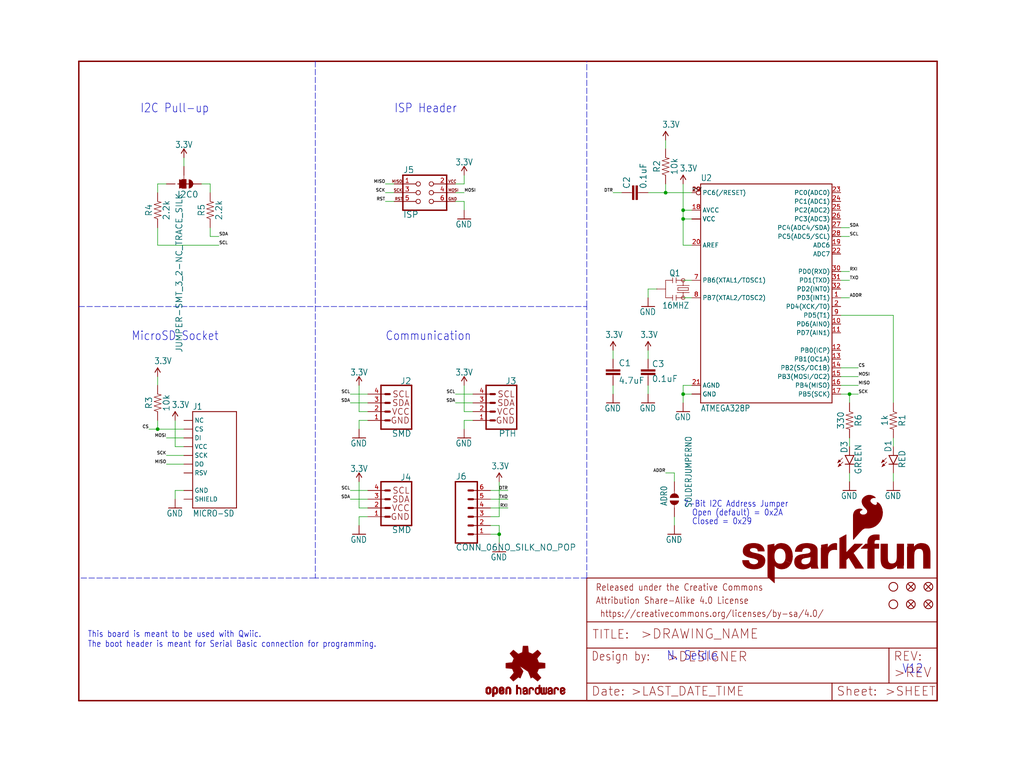
<source format=kicad_sch>
(kicad_sch (version 20211123) (generator eeschema)
  (paper "User" 297.002 223.926)
  (lib_symbols
    (symbol "schematicEagle-eagle-import:0.1UF-0603-25V-(+80{slash}-20%)"
      (property "Reference" "C" (at 1.524 2.921 0))
      (property "Value" "0.1UF-0603-25V-(+80{slash}-20%)" (at 1.524 -2.159 0))
      (symbol "0.1UF-0603-25V-(+80{slash}-20%)_1_0"
        (pin passive line (at 0 5.08 270) (length 2.54) (name "1") (number "1"))
        (pin passive line (at 0 -2.54 90) (length 2.54) (name "2") (number "2"))
      )
    )
    (symbol "schematicEagle-eagle-import:10KOHM-0603-1{slash}10W-1%"
      (property "Reference" "R" (at 0 1.524 0))
      (property "Value" "10KOHM-0603-1{slash}10W-1%" (at 0 -1.524 0))
      (symbol "10KOHM-0603-1{slash}10W-1%_1_0"
        (pin passive line (at -5.08 0 0) (length 2.54) (name "1") (number "1"))
        (pin passive line (at 5.08 0 180) (length 2.54) (name "2") (number "2"))
      )
    )
    (symbol "schematicEagle-eagle-import:1KOHM-0603-1{slash}10W-1%"
      (property "Reference" "R" (at 0 1.524 0))
      (property "Value" "1KOHM-0603-1{slash}10W-1%" (at 0 -1.524 0))
      (symbol "1KOHM-0603-1{slash}10W-1%_1_0"
        (pin passive line (at -5.08 0 0) (length 2.54) (name "1") (number "1"))
        (pin passive line (at 5.08 0 180) (length 2.54) (name "2") (number "2"))
      )
    )
    (symbol "schematicEagle-eagle-import:2.2KOHM-0603-1{slash}10W-1%"
      (property "Reference" "R" (at 0 1.524 0))
      (property "Value" "2.2KOHM-0603-1{slash}10W-1%" (at 0 -1.524 0))
      (symbol "2.2KOHM-0603-1{slash}10W-1%_1_0"
        (pin passive line (at -5.08 0 0) (length 2.54) (name "1") (number "1"))
        (pin passive line (at 5.08 0 180) (length 2.54) (name "2") (number "2"))
      )
    )
    (symbol "schematicEagle-eagle-import:3.3V" (power)
      (property "Value" "3.3V" (at 0 2.794 0))
      (symbol "3.3V_1_0"
        (pin power_in line (at 0 0 90) (length 2.54) (name "3.3V") (number "1"))
      )
    )
    (symbol "schematicEagle-eagle-import:330OHM-0603-1{slash}10W-1%"
      (property "Reference" "R" (at 0 1.524 0))
      (property "Value" "330OHM-0603-1{slash}10W-1%" (at 0 -1.524 0))
      (symbol "330OHM-0603-1{slash}10W-1%_1_0"
        (pin passive line (at -5.08 0 0) (length 2.54) (name "1") (number "1"))
        (pin passive line (at 5.08 0 180) (length 2.54) (name "2") (number "2"))
      )
    )
    (symbol "schematicEagle-eagle-import:4.7UF-0603-6.3V-(10%)"
      (property "Reference" "C" (at 1.524 2.921 0))
      (property "Value" "4.7UF-0603-6.3V-(10%)" (at 1.524 -2.159 0))
      (symbol "4.7UF-0603-6.3V-(10%)_1_0"
        (pin passive line (at 0 5.08 270) (length 2.54) (name "1") (number "1"))
        (pin passive line (at 0 -2.54 90) (length 2.54) (name "2") (number "2"))
      )
    )
    (symbol "schematicEagle-eagle-import:ATMEGA328P_TQFP"
      (property "Reference" "U" (at -20.32 33.782 0))
      (property "Value" "ATMEGA328P_TQFP" (at -20.32 -33.02 0))
      (symbol "ATMEGA328P_TQFP_1_0"
        (pin bidirectional line (at 20.32 0 180) (length 2.54) (name "PD3(INT1)") (number "1"))
        (pin bidirectional line (at 20.32 -7.62 180) (length 2.54) (name "PD6(AIN0)") (number "10"))
        (pin bidirectional line (at 20.32 -10.16 180) (length 2.54) (name "PD7(AIN1)") (number "11"))
        (pin bidirectional line (at 20.32 -15.24 180) (length 2.54) (name "PB0(ICP)") (number "12"))
        (pin bidirectional line (at 20.32 -17.78 180) (length 2.54) (name "PB1(OC1A)") (number "13"))
        (pin bidirectional line (at 20.32 -20.32 180) (length 2.54) (name "PB2(SS/OC1B)") (number "14"))
        (pin bidirectional line (at 20.32 -22.86 180) (length 2.54) (name "PB3(MOSI/OC2)") (number "15"))
        (pin bidirectional line (at 20.32 -25.4 180) (length 2.54) (name "PB4(MISO)") (number "16"))
        (pin bidirectional line (at 20.32 -27.94 180) (length 2.54) (name "PB5(SCK)") (number "17"))
        (pin bidirectional line (at -22.86 25.4 0) (length 2.54) (name "AVCC") (number "18"))
        (pin bidirectional line (at 20.32 15.24 180) (length 2.54) (name "ADC6") (number "19"))
        (pin bidirectional line (at 20.32 -2.54 180) (length 2.54) (name "PD4(XCK/T0)") (number "2"))
        (pin bidirectional line (at -22.86 15.24 0) (length 2.54) (name "AREF") (number "20"))
        (pin bidirectional line (at -22.86 -25.4 0) (length 2.54) (name "AGND") (number "21"))
        (pin bidirectional line (at 20.32 12.7 180) (length 2.54) (name "ADC7") (number "22"))
        (pin bidirectional line (at 20.32 30.48 180) (length 2.54) (name "PC0(ADC0)") (number "23"))
        (pin bidirectional line (at 20.32 27.94 180) (length 2.54) (name "PC1(ADC1)") (number "24"))
        (pin bidirectional line (at 20.32 25.4 180) (length 2.54) (name "PC2(ADC2)") (number "25"))
        (pin bidirectional line (at 20.32 22.86 180) (length 2.54) (name "PC3(ADC3)") (number "26"))
        (pin bidirectional line (at 20.32 20.32 180) (length 2.54) (name "PC4(ADC4/SDA)") (number "27"))
        (pin bidirectional line (at 20.32 17.78 180) (length 2.54) (name "PC5(ADC5/SCL)") (number "28"))
        (pin bidirectional inverted (at -22.86 30.48 0) (length 2.54) (name "PC6(/RESET)") (number "29"))
        (pin bidirectional line (at -22.86 -27.94 0) (length 2.54) (name "GND") (number "3"))
        (pin bidirectional line (at 20.32 7.62 180) (length 2.54) (name "PD0(RXD)") (number "30"))
        (pin bidirectional line (at 20.32 5.08 180) (length 2.54) (name "PD1(TXD)") (number "31"))
        (pin bidirectional line (at 20.32 2.54 180) (length 2.54) (name "PD2(INT0)") (number "32"))
        (pin bidirectional line (at -22.86 22.86 0) (length 2.54) (name "VCC") (number "4"))
        (pin bidirectional line (at -22.86 -27.94 0) (length 2.54) (name "GND") (number "5"))
        (pin bidirectional line (at -22.86 22.86 0) (length 2.54) (name "VCC") (number "6"))
        (pin bidirectional line (at -22.86 5.08 0) (length 2.54) (name "PB6(XTAL1/TOSC1)") (number "7"))
        (pin bidirectional line (at -22.86 0 0) (length 2.54) (name "PB7(XTAL2/TOSC2)") (number "8"))
        (pin bidirectional line (at 20.32 -5.08 180) (length 2.54) (name "PD5(T1)") (number "9"))
      )
    )
    (symbol "schematicEagle-eagle-import:AVR_SPI_PROG_3X2TESTPOINTS"
      (property "Reference" "J" (at -5.08 5.588 0))
      (property "Value" "AVR_SPI_PROG_3X2TESTPOINTS" (at -5.08 -7.366 0))
      (symbol "AVR_SPI_PROG_3X2TESTPOINTS_1_0"
        (text "GND" (at 8.001 -2.286 0) (effects (font (size 0.8128 0.8128)) (justify left bottom)))
        (text "MISO" (at -5.207 2.794 0) (effects (font (size 0.8128 0.8128)) (justify right bottom)))
        (text "MOSI" (at 8.001 0.254 0) (effects (font (size 0.8128 0.8128)) (justify left bottom)))
        (text "RST" (at -5.08 -2.286 0) (effects (font (size 0.8128 0.8128)) (justify right bottom)))
        (text "SCK" (at -5.207 0.254 0) (effects (font (size 0.8128 0.8128)) (justify right bottom)))
        (text "VCC" (at 8.001 2.794 0) (effects (font (size 0.8128 0.8128)) (justify left bottom)))
        (pin passive inverted (at -7.62 2.54 0) (length 7.62) (name "1") (number "1"))
        (pin passive inverted (at 10.16 2.54 180) (length 7.62) (name "2") (number "2"))
        (pin passive inverted (at -7.62 0 0) (length 7.62) (name "3") (number "3"))
        (pin passive inverted (at 10.16 0 180) (length 7.62) (name "4") (number "4"))
        (pin passive inverted (at -7.62 -2.54 0) (length 7.62) (name "5") (number "5"))
        (pin passive inverted (at 10.16 -2.54 180) (length 7.62) (name "6") (number "6"))
      )
    )
    (symbol "schematicEagle-eagle-import:CONN_06NO_SILK_NO_POP"
      (property "Reference" "J" (at -5.08 10.668 0))
      (property "Value" "CONN_06NO_SILK_NO_POP" (at -5.08 -9.906 0))
      (symbol "CONN_06NO_SILK_NO_POP_1_0"
        (pin passive line (at 5.08 -5.08 180) (length 5.08) (name "1") (number "1"))
        (pin passive line (at 5.08 -2.54 180) (length 5.08) (name "2") (number "2"))
        (pin passive line (at 5.08 0 180) (length 5.08) (name "3") (number "3"))
        (pin passive line (at 5.08 2.54 180) (length 5.08) (name "4") (number "4"))
        (pin passive line (at 5.08 5.08 180) (length 5.08) (name "5") (number "5"))
        (pin passive line (at 5.08 7.62 180) (length 5.08) (name "6") (number "6"))
      )
    )
    (symbol "schematicEagle-eagle-import:FIDUCIALUFIDUCIAL")
    (symbol "schematicEagle-eagle-import:FRAME-LETTER"
      (symbol "FRAME-LETTER_2_0"
        (text " https://creativecommons.org/licenses/by-sa/4.0/" (at 2.54 24.13 0) (effects (font (size 1.9304 1.6408)) (justify left bottom)))
        (text ">DESIGNER" (at 23.114 11.176 0) (effects (font (size 2.7432 2.7432)) (justify left bottom)))
        (text ">DRAWING_NAME" (at 15.494 17.78 0) (effects (font (size 2.7432 2.7432)) (justify left bottom)))
        (text ">LAST_DATE_TIME" (at 12.7 1.27 0) (effects (font (size 2.54 2.54)) (justify left bottom)))
        (text ">REV" (at 88.9 6.604 0) (effects (font (size 2.7432 2.7432)) (justify left bottom)))
        (text ">SHEET" (at 86.36 1.27 0) (effects (font (size 2.54 2.54)) (justify left bottom)))
        (text "Attribution Share-Alike 4.0 License" (at 2.54 27.94 0) (effects (font (size 1.9304 1.6408)) (justify left bottom)))
        (text "Date:" (at 1.27 1.27 0) (effects (font (size 2.54 2.54)) (justify left bottom)))
        (text "Design by:" (at 1.27 11.43 0) (effects (font (size 2.54 2.159)) (justify left bottom)))
        (text "Released under the Creative Commons" (at 2.54 31.75 0) (effects (font (size 1.9304 1.6408)) (justify left bottom)))
        (text "REV:" (at 88.9 11.43 0) (effects (font (size 2.54 2.54)) (justify left bottom)))
        (text "Sheet:" (at 72.39 1.27 0) (effects (font (size 2.54 2.54)) (justify left bottom)))
        (text "TITLE:" (at 1.524 17.78 0) (effects (font (size 2.54 2.54)) (justify left bottom)))
      )
    )
    (symbol "schematicEagle-eagle-import:GND" (power)
      (property "Value" "GND" (at -2.54 -2.54 0))
      (symbol "GND_1_0"
        (pin power_in line (at 0 2.54 270) (length 2.54) (name "GND") (number "1"))
      )
    )
    (symbol "schematicEagle-eagle-import:I2C_STANDARD_NO_SILK"
      (property "Reference" "J" (at -5.08 7.874 0))
      (property "Value" "I2C_STANDARD_NO_SILK" (at -5.08 -5.334 0))
      (symbol "I2C_STANDARD_NO_SILK_1_0"
        (text "GND" (at -4.572 -2.54 0) (effects (font (size 1.778 1.778)) (justify left)))
        (text "SCL" (at -4.572 5.08 0) (effects (font (size 1.778 1.778)) (justify left)))
        (text "SDA" (at -4.572 2.54 0) (effects (font (size 1.778 1.778)) (justify left)))
        (text "VCC" (at -4.572 0 0) (effects (font (size 1.778 1.778)) (justify left)))
        (pin power_in line (at 7.62 -2.54 180) (length 5.08) (name "GND") (number "1"))
        (pin power_in line (at 7.62 0 180) (length 5.08) (name "VCC") (number "2"))
        (pin passive line (at 7.62 2.54 180) (length 5.08) (name "SDA") (number "3"))
        (pin passive line (at 7.62 5.08 180) (length 5.08) (name "SCL") (number "4"))
      )
    )
    (symbol "schematicEagle-eagle-import:JUMPER-SMT_3_2-NC_TRACE_SILK"
      (property "Reference" "JP" (at 2.54 0.381 0))
      (property "Value" "JUMPER-SMT_3_2-NC_TRACE_SILK" (at 2.54 -0.381 0))
      (symbol "JUMPER-SMT_3_2-NC_TRACE_SILK_1_0"
        (pin passive line (at 0 5.08 270) (length 2.54) (name "1") (number "1"))
        (pin passive line (at -5.08 0 0) (length 2.54) (name "2") (number "2"))
        (pin passive line (at 0 -5.08 90) (length 2.54) (name "3") (number "3"))
      )
    )
    (symbol "schematicEagle-eagle-import:LED-GREEN0603"
      (property "Reference" "D" (at -3.429 -4.572 90))
      (property "Value" "LED-GREEN0603" (at 1.905 -4.572 90))
      (symbol "LED-GREEN0603_1_0"
        (pin passive line (at 0 2.54 270) (length 2.54) (name "A") (number "A"))
        (pin passive line (at 0 -5.08 90) (length 2.54) (name "C") (number "C"))
      )
    )
    (symbol "schematicEagle-eagle-import:LED-RED0603"
      (property "Reference" "D" (at -3.429 -4.572 90))
      (property "Value" "LED-RED0603" (at 1.905 -4.572 90))
      (symbol "LED-RED0603_1_0"
        (pin passive line (at 0 2.54 270) (length 2.54) (name "A") (number "A"))
        (pin passive line (at 0 -5.08 90) (length 2.54) (name "C") (number "C"))
      )
    )
    (symbol "schematicEagle-eagle-import:MICRO-SD_CARD_SOCKETPUSH-PUSH"
      (property "Reference" "J" (at -5.08 15.748 0))
      (property "Value" "MICRO-SD_CARD_SOCKETPUSH-PUSH" (at -5.08 -15.24 0))
      (symbol "MICRO-SD_CARD_SOCKETPUSH-PUSH_1_0"
        (pin bidirectional line (at -7.62 -10.16 0) (length 2.54) (name "SHIELD") (number "CD1"))
        (pin bidirectional line (at -7.62 10.16 0) (length 2.54) (name "CS") (number "CS"))
        (pin bidirectional line (at -7.62 7.62 0) (length 2.54) (name "DI") (number "DI"))
        (pin bidirectional line (at -7.62 0 0) (length 2.54) (name "DO") (number "DO"))
        (pin bidirectional line (at -7.62 -7.62 0) (length 2.54) (name "GND") (number "GND"))
        (pin bidirectional line (at -7.62 -2.54 0) (length 2.54) (name "RSV") (number "RSV1"))
        (pin bidirectional line (at -7.62 12.7 0) (length 2.54) (name "NC") (number "RSV2"))
        (pin bidirectional line (at -7.62 2.54 0) (length 2.54) (name "SCK") (number "SCLK"))
        (pin bidirectional line (at -7.62 5.08 0) (length 2.54) (name "VCC") (number "VCC"))
      )
    )
    (symbol "schematicEagle-eagle-import:OSHW-LOGOMINI")
    (symbol "schematicEagle-eagle-import:QWIIC_CONNECTORJS-1MM"
      (property "Reference" "J" (at -5.08 7.874 0))
      (property "Value" "QWIIC_CONNECTORJS-1MM" (at -5.08 -5.334 0))
      (symbol "QWIIC_CONNECTORJS-1MM_1_0"
        (text "GND" (at -4.572 -2.54 0) (effects (font (size 1.778 1.778)) (justify left)))
        (text "SCL" (at -4.572 5.08 0) (effects (font (size 1.778 1.778)) (justify left)))
        (text "SDA" (at -4.572 2.54 0) (effects (font (size 1.778 1.778)) (justify left)))
        (text "VCC" (at -4.572 0 0) (effects (font (size 1.778 1.778)) (justify left)))
        (pin power_in line (at 7.62 -2.54 180) (length 5.08) (name "1") (number "1"))
        (pin power_in line (at 7.62 0 180) (length 5.08) (name "2") (number "2"))
        (pin passive line (at 7.62 2.54 180) (length 5.08) (name "3") (number "3"))
        (pin passive line (at 7.62 5.08 180) (length 5.08) (name "4") (number "4"))
      )
    )
    (symbol "schematicEagle-eagle-import:RESONATOR16MHZ"
      (property "Reference" "Y" (at 2.54 1.016 0))
      (property "Value" "RESONATOR16MHZ" (at 2.54 -7.62 0))
      (symbol "RESONATOR16MHZ_1_0"
        (pin passive line (at -2.54 0 0) (length 0) (name "1") (number "1"))
        (pin passive line (at 0 -7.62 90) (length 0) (name "2") (number "2"))
        (pin passive line (at 2.54 0 180) (length 0) (name "3") (number "3"))
      )
    )
    (symbol "schematicEagle-eagle-import:SFE_LOGO_FLAME.1_INCH")
    (symbol "schematicEagle-eagle-import:SFE_LOGO_NAME_FLAME.1_INCH")
    (symbol "schematicEagle-eagle-import:SOLDERJUMPERNO"
      (property "Reference" "SJ" (at -2.54 2.54 0))
      (property "Value" "SOLDERJUMPERNO" (at -2.54 -5.08 0))
      (symbol "SOLDERJUMPERNO_1_0"
        (pin passive line (at -5.08 0 0) (length 2.54) (name "1") (number "1"))
        (pin passive line (at 5.08 0 180) (length 2.54) (name "2") (number "2"))
      )
    )
    (symbol "schematicEagle-eagle-import:STAND-OFF")
  )
  (junction (at 198.12 63.5))
  (junction (at 193.04 55.88))
  (junction (at 246.38 114.3))
  (junction (at 144.78 154.94))
  (junction (at 198.12 60.96))
  (junction (at 198.12 114.3))
  (junction (at 45.72 124.46))
  (wire (pts (xy 142.24 149.86) (xy 144.78 149.86)))
  (wire (pts (xy 53.34 134.62) (xy 48.26 134.62)))
  (wire (pts (xy 50.8 142.24) (xy 50.8 144.78)))
  (wire (pts (xy 60.96 53.34) (xy 58.42 53.34)))
  (wire (pts (xy 45.72 55.88) (xy 45.72 53.34)))
  (wire (pts (xy 53.34 124.46) (xy 45.72 124.46)))
  (wire (pts (xy 132.08 53.34) (xy 134.62 53.34)))
  (wire (pts (xy 200.66 63.5) (xy 198.12 63.5)))
  (polyline (pts (xy 91.44 17.78) (xy 91.44 167.64)))
  (wire (pts (xy 132.08 58.42) (xy 134.62 58.42)))
  (wire (pts (xy 187.96 101.6) (xy 187.96 104.14)))
  (wire (pts (xy 45.72 71.12) (xy 63.5 71.12)))
  (wire (pts (xy 187.96 86.36) (xy 187.96 83.82)))
  (wire (pts (xy 200.66 111.76) (xy 198.12 111.76)))
  (wire (pts (xy 104.14 121.92) (xy 104.14 124.46)))
  (wire (pts (xy 198.12 71.12) (xy 198.12 63.5)))
  (wire (pts (xy 144.78 149.86) (xy 144.78 139.7)))
  (wire (pts (xy 142.24 147.32) (xy 147.32 147.32)))
  (polyline (pts (xy 170.18 167.64) (xy 91.44 167.64)))
  (wire (pts (xy 259.08 129.54) (xy 259.08 127)))
  (wire (pts (xy 53.34 132.08) (xy 48.26 132.08)))
  (wire (pts (xy 134.62 119.38) (xy 134.62 111.76)))
  (wire (pts (xy 246.38 114.3) (xy 248.92 114.3)))
  (wire (pts (xy 104.14 119.38) (xy 104.14 111.76)))
  (wire (pts (xy 132.08 55.88) (xy 134.62 55.88)))
  (wire (pts (xy 243.84 86.36) (xy 246.38 86.36)))
  (polyline (pts (xy 170.18 88.9) (xy 170.18 17.78)))
  (wire (pts (xy 106.68 121.92) (xy 104.14 121.92)))
  (wire (pts (xy 246.38 127) (xy 246.38 129.54)))
  (wire (pts (xy 142.24 154.94) (xy 144.78 154.94)))
  (wire (pts (xy 106.68 114.3) (xy 101.6 114.3)))
  (wire (pts (xy 177.8 101.6) (xy 177.8 104.14)))
  (wire (pts (xy 53.34 142.24) (xy 50.8 142.24)))
  (wire (pts (xy 180.34 55.88) (xy 177.8 55.88)))
  (wire (pts (xy 243.84 111.76) (xy 248.92 111.76)))
  (wire (pts (xy 243.84 78.74) (xy 246.38 78.74)))
  (wire (pts (xy 106.68 144.78) (xy 101.6 144.78)))
  (wire (pts (xy 243.84 81.28) (xy 246.38 81.28)))
  (wire (pts (xy 45.72 124.46) (xy 43.18 124.46)))
  (wire (pts (xy 198.12 114.3) (xy 198.12 116.84)))
  (wire (pts (xy 142.24 152.4) (xy 144.78 152.4)))
  (wire (pts (xy 198.12 63.5) (xy 198.12 60.96)))
  (wire (pts (xy 45.72 121.92) (xy 45.72 124.46)))
  (wire (pts (xy 243.84 68.58) (xy 246.38 68.58)))
  (wire (pts (xy 134.62 121.92) (xy 134.62 124.46)))
  (wire (pts (xy 104.14 147.32) (xy 104.14 139.7)))
  (wire (pts (xy 137.16 116.84) (xy 132.08 116.84)))
  (wire (pts (xy 106.68 119.38) (xy 104.14 119.38)))
  (wire (pts (xy 137.16 119.38) (xy 134.62 119.38)))
  (wire (pts (xy 187.96 114.3) (xy 187.96 111.76)))
  (wire (pts (xy 177.8 114.3) (xy 177.8 111.76)))
  (wire (pts (xy 200.66 60.96) (xy 198.12 60.96)))
  (wire (pts (xy 243.84 66.04) (xy 246.38 66.04)))
  (wire (pts (xy 246.38 139.7) (xy 246.38 137.16)))
  (wire (pts (xy 198.12 81.28) (xy 200.66 81.28)))
  (wire (pts (xy 243.84 106.68) (xy 248.92 106.68)))
  (wire (pts (xy 200.66 71.12) (xy 198.12 71.12)))
  (wire (pts (xy 195.58 139.7) (xy 195.58 137.16)))
  (wire (pts (xy 259.08 91.44) (xy 259.08 116.84)))
  (wire (pts (xy 50.8 129.54) (xy 50.8 121.92)))
  (wire (pts (xy 137.16 121.92) (xy 134.62 121.92)))
  (wire (pts (xy 45.72 111.76) (xy 45.72 109.22)))
  (wire (pts (xy 134.62 53.34) (xy 134.62 50.8)))
  (wire (pts (xy 144.78 154.94) (xy 144.78 157.48)))
  (wire (pts (xy 104.14 149.86) (xy 104.14 152.4)))
  (wire (pts (xy 53.34 127) (xy 48.26 127)))
  (wire (pts (xy 193.04 40.64) (xy 193.04 43.18)))
  (wire (pts (xy 60.96 68.58) (xy 60.96 66.04)))
  (wire (pts (xy 106.68 116.84) (xy 101.6 116.84)))
  (wire (pts (xy 114.3 55.88) (xy 111.76 55.88)))
  (wire (pts (xy 53.34 129.54) (xy 50.8 129.54)))
  (wire (pts (xy 137.16 114.3) (xy 132.08 114.3)))
  (wire (pts (xy 193.04 55.88) (xy 187.96 55.88)))
  (wire (pts (xy 60.96 68.58) (xy 63.5 68.58)))
  (wire (pts (xy 142.24 144.78) (xy 147.32 144.78)))
  (wire (pts (xy 193.04 137.16) (xy 195.58 137.16)))
  (polyline (pts (xy 170.18 167.64) (xy 170.18 88.9)))
  (wire (pts (xy 106.68 142.24) (xy 101.6 142.24)))
  (wire (pts (xy 246.38 114.3) (xy 246.38 116.84)))
  (wire (pts (xy 187.96 83.82) (xy 190.5 83.82)))
  (wire (pts (xy 195.58 152.4) (xy 195.58 149.86)))
  (wire (pts (xy 106.68 149.86) (xy 104.14 149.86)))
  (wire (pts (xy 134.62 58.42) (xy 134.62 60.96)))
  (wire (pts (xy 193.04 53.34) (xy 193.04 55.88)))
  (wire (pts (xy 142.24 142.24) (xy 147.32 142.24)))
  (wire (pts (xy 200.66 114.3) (xy 198.12 114.3)))
  (wire (pts (xy 243.84 91.44) (xy 259.08 91.44)))
  (polyline (pts (xy 91.44 167.64) (xy 22.86 167.64)))
  (wire (pts (xy 198.12 60.96) (xy 198.12 53.34)))
  (wire (pts (xy 144.78 152.4) (xy 144.78 154.94)))
  (polyline (pts (xy 22.86 88.9) (xy 170.18 88.9)))
  (wire (pts (xy 198.12 86.36) (xy 200.66 86.36)))
  (wire (pts (xy 106.68 147.32) (xy 104.14 147.32)))
  (wire (pts (xy 200.66 55.88) (xy 193.04 55.88)))
  (wire (pts (xy 60.96 55.88) (xy 60.96 53.34)))
  (wire (pts (xy 243.84 114.3) (xy 246.38 114.3)))
  (wire (pts (xy 53.34 45.72) (xy 53.34 48.26)))
  (wire (pts (xy 114.3 58.42) (xy 111.76 58.42)))
  (wire (pts (xy 45.72 71.12) (xy 45.72 66.04)))
  (wire (pts (xy 259.08 137.16) (xy 259.08 139.7)))
  (wire (pts (xy 45.72 53.34) (xy 48.26 53.34)))
  (wire (pts (xy 198.12 114.3) (xy 198.12 111.76)))
  (wire (pts (xy 114.3 53.34) (xy 111.76 53.34)))
  (wire (pts (xy 243.84 109.22) (xy 248.92 109.22)))
  (text "Open (default) = 0x2A" (at 200.66 149.86 180) (effects (font (size 1.778 1.5113)) (justify left bottom)))
  (text "I2C Pull-up" (at 40.64 33.02 180) (effects (font (size 2.54 2.159)) (justify left bottom)))
  (text "N. Seidle" (at 193.294 191.77 180) (effects (font (size 2.54 2.159)) (justify left bottom)))
  (text "V12" (at 261.62 195.58 180) (effects (font (size 2.54 2.159)) (justify left bottom)))
  (text "Closed = 0x29" (at 200.66 152.4 180) (effects (font (size 1.778 1.5113)) (justify left bottom)))
  (text "MicroSD Socket" (at 38.1 99.06 180) (effects (font (size 2.54 2.159)) (justify left bottom)))
  (text "Communication" (at 111.76 99.06 180) (effects (font (size 2.54 2.159)) (justify left bottom)))
  (text "This board is meant to be used with Qwiic.\nThe boot header is meant for Serial Basic connection for programming." (at 25.4 187.96 0) (effects (font (size 1.778 1.5113)) (justify left bottom)))
  (text "7-Bit I2C Address Jumper" (at 198.12 147.32 180) (effects (font (size 1.778 1.5113)) (justify left bottom)))
  (text "ISP Header" (at 114.3 33.02 180) (effects (font (size 2.54 2.159)) (justify left bottom)))
  (label "MISO" (at 248.92 111.76 0) (effects (font (size 0.889 0.889))))
  (label "MOSI" (at 48.26 127 180) (effects (font (size 0.889 0.889))))
  (label "RST" (at 200.66 55.88 0) (effects (font (size 1.016 1.016))))
  (label "ADDR" (at 193.04 137.16 180) (effects (font (size 0.889 0.889))))
  (label "SDA" (at 63.5 68.58 0) (effects (font (size 0.889 0.889))))
  (label "RST" (at 111.76 58.42 180) (effects (font (size 0.889 0.889))))
  (label "MOSI" (at 134.62 55.88 0) (effects (font (size 0.889 0.889))))
  (label "TXO" (at 147.32 144.78 180) (effects (font (size 0.889 0.889))))
  (label "MOSI" (at 248.92 109.22 0) (effects (font (size 0.889 0.889))))
  (label "DTR" (at 177.8 55.88 180) (effects (font (size 0.889 0.889))))
  (label "MISO" (at 111.76 53.34 180) (effects (font (size 0.889 0.889))))
  (label "CS" (at 43.18 124.46 180) (effects (font (size 0.889 0.889))))
  (label "SDA" (at 101.6 116.84 180) (effects (font (size 0.889 0.889))))
  (label "SCK" (at 111.76 55.88 180) (effects (font (size 0.889 0.889))))
  (label "SCL" (at 101.6 142.24 180) (effects (font (size 0.889 0.889))))
  (label "TXO" (at 246.38 81.28 0) (effects (font (size 0.889 0.889))))
  (label "SCK" (at 248.92 114.3 0) (effects (font (size 0.889 0.889))))
  (label "MISO" (at 48.26 134.62 180) (effects (font (size 0.889 0.889))))
  (label "ADDR" (at 246.38 86.36 0) (effects (font (size 0.889 0.889))))
  (label "SCL" (at 101.6 114.3 180) (effects (font (size 0.889 0.889))))
  (label "RXI" (at 246.38 78.74 0) (effects (font (size 0.889 0.889))))
  (label "SCL" (at 246.38 68.58 0) (effects (font (size 0.889 0.889))))
  (label "CS" (at 248.92 106.68 0) (effects (font (size 0.889 0.889))))
  (label "SCL" (at 63.5 71.12 0) (effects (font (size 0.889 0.889))))
  (label "DTR" (at 147.32 142.24 180) (effects (font (size 0.889 0.889))))
  (label "SDA" (at 132.08 116.84 180) (effects (font (size 0.889 0.889))))
  (label "RXI" (at 147.32 147.32 180) (effects (font (size 0.889 0.889))))
  (label "SCK" (at 48.26 132.08 180) (effects (font (size 0.889 0.889))))
  (label "SCL" (at 132.08 114.3 180) (effects (font (size 0.889 0.889))))
  (label "SDA" (at 246.38 66.04 0) (effects (font (size 0.889 0.889))))
  (label "SDA" (at 101.6 144.78 180) (effects (font (size 0.889 0.889))))
  (symbol (lib_id "schematicEagle-eagle-import:FRAME-LETTER") (at 22.86 203.2 0) (unit 1)
    (property "Reference" "FRAME1" (effects hide))
    (property "Value" "FRAME-LETTER" (effects hide))
    (property "Footprint" "schematicEagle:CREATIVE_COMMONS" (effects hide))
  )
  (symbol (lib_id "schematicEagle-eagle-import:3.3V") (at 177.8 101.6 0) (unit 1)
    (property "Reference" "#P+3" (effects hide))
    (property "Value" "3.3V" (at 175.514 98.044 0) (effects (font (size 1.778 1.5113)) (justify left bottom)))
    (property "Footprint" "schematicEagle:" (effects hide))
  )
  (symbol (lib_id "schematicEagle-eagle-import:GND") (at 198.12 119.38 0) (unit 1)
    (property "Reference" "#GND5" (effects hide))
    (property "Value" "GND" (at 195.58 121.92 0) (effects (font (size 1.778 1.5113)) (justify left bottom)))
    (property "Footprint" "schematicEagle:" (effects hide))
  )
  (symbol (lib_id "schematicEagle-eagle-import:SFE_LOGO_FLAME.1_INCH") (at 247.142 156.972 0) (unit 1)
    (property "Reference" "LOGO1" (effects hide))
    (property "Value" "SFE_LOGO_FLAME.1_INCH" (effects hide))
    (property "Footprint" "schematicEagle:SFE_LOGO_FLAME_.1" (effects hide))
  )
  (symbol (lib_id "schematicEagle-eagle-import:JUMPER-SMT_3_2-NC_TRACE_SILK") (at 53.34 53.34 270) (unit 1)
    (property "Reference" "I2C0" (at 51.308 57.404 90) (effects (font (size 1.778 1.778)) (justify left bottom)))
    (property "Value" "JUMPER-SMT_3_2-NC_TRACE_SILK" (at 52.959 55.88 0) (effects (font (size 1.778 1.778)) (justify left top)))
    (property "Footprint" "schematicEagle:SMT-JUMPER_3_2-NC_TRACE_SILK" (effects hide))
  )
  (symbol (lib_id "schematicEagle-eagle-import:3.3V") (at 144.78 139.7 0) (unit 1)
    (property "Reference" "#P+4" (effects hide))
    (property "Value" "3.3V" (at 142.494 136.144 0) (effects (font (size 1.778 1.5113)) (justify left bottom)))
    (property "Footprint" "schematicEagle:" (effects hide))
  )
  (symbol (lib_id "schematicEagle-eagle-import:MICRO-SD_CARD_SOCKETPUSH-PUSH") (at 60.96 134.62 0) (unit 1)
    (property "Reference" "J1" (at 55.88 118.872 0) (effects (font (size 1.778 1.5113)) (justify left bottom)))
    (property "Value" "MICRO-SD" (at 55.88 149.86 0) (effects (font (size 1.778 1.5113)) (justify left bottom)))
    (property "Footprint" "schematicEagle:MICRO-SD-SOCKET" (effects hide))
  )
  (symbol (lib_id "schematicEagle-eagle-import:FRAME-LETTER") (at 170.18 203.2 0) (unit 2)
    (property "Reference" "FRAME1" (effects hide))
    (property "Value" "FRAME-LETTER" (effects hide))
    (property "Footprint" "schematicEagle:CREATIVE_COMMONS" (effects hide))
  )
  (symbol (lib_id "schematicEagle-eagle-import:LED-GREEN0603") (at 246.38 132.08 0) (unit 1)
    (property "Reference" "D3" (at 243.84 127.762 90) (effects (font (size 1.778 1.778)) (justify right top)))
    (property "Value" "GREEN" (at 249.936 137.668 90) (effects (font (size 1.778 1.778)) (justify left bottom)))
    (property "Footprint" "schematicEagle:LED-0603" (effects hide))
  )
  (symbol (lib_id "schematicEagle-eagle-import:10KOHM-0603-1{slash}10W-1%") (at 45.72 116.84 90) (unit 1)
    (property "Reference" "R3" (at 44.196 116.84 0) (effects (font (size 1.778 1.778)) (justify bottom)))
    (property "Value" "10k" (at 47.244 116.84 0) (effects (font (size 1.778 1.778)) (justify top)))
    (property "Footprint" "schematicEagle:0603" (effects hide))
  )
  (symbol (lib_id "schematicEagle-eagle-import:3.3V") (at 53.34 45.72 0) (unit 1)
    (property "Reference" "#SUPPLY1" (effects hide))
    (property "Value" "3.3V" (at 53.34 42.926 0) (effects (font (size 1.778 1.5113)) (justify bottom)))
    (property "Footprint" "schematicEagle:" (effects hide))
  )
  (symbol (lib_id "schematicEagle-eagle-import:GND") (at 246.38 142.24 0) (unit 1)
    (property "Reference" "#GND8" (effects hide))
    (property "Value" "GND" (at 243.84 144.78 0) (effects (font (size 1.778 1.5113)) (justify left bottom)))
    (property "Footprint" "schematicEagle:" (effects hide))
  )
  (symbol (lib_id "schematicEagle-eagle-import:FIDUCIALUFIDUCIAL") (at 269.24 175.26 0) (unit 1)
    (property "Reference" "FID3" (effects hide))
    (property "Value" "FIDUCIALUFIDUCIAL" (effects hide))
    (property "Footprint" "schematicEagle:FIDUCIAL-MICRO" (effects hide))
  )
  (symbol (lib_id "schematicEagle-eagle-import:2.2KOHM-0603-1{slash}10W-1%") (at 45.72 60.96 90) (unit 1)
    (property "Reference" "R4" (at 44.196 60.96 0) (effects (font (size 1.778 1.778)) (justify bottom)))
    (property "Value" "2.2k" (at 47.244 60.96 0) (effects (font (size 1.778 1.778)) (justify top)))
    (property "Footprint" "schematicEagle:0603" (effects hide))
  )
  (symbol (lib_id "schematicEagle-eagle-import:3.3V") (at 104.14 139.7 0) (unit 1)
    (property "Reference" "#SUPPLY8" (effects hide))
    (property "Value" "3.3V" (at 104.14 136.906 0) (effects (font (size 1.778 1.5113)) (justify bottom)))
    (property "Footprint" "schematicEagle:" (effects hide))
  )
  (symbol (lib_id "schematicEagle-eagle-import:2.2KOHM-0603-1{slash}10W-1%") (at 60.96 60.96 90) (unit 1)
    (property "Reference" "R5" (at 59.436 60.96 0) (effects (font (size 1.778 1.778)) (justify bottom)))
    (property "Value" "2.2k" (at 62.484 60.96 0) (effects (font (size 1.778 1.778)) (justify top)))
    (property "Footprint" "schematicEagle:0603" (effects hide))
  )
  (symbol (lib_id "schematicEagle-eagle-import:I2C_STANDARD_NO_SILK") (at 144.78 119.38 0) (mirror y) (unit 1)
    (property "Reference" "J3" (at 149.86 111.506 0) (effects (font (size 1.778 1.778)) (justify left bottom)))
    (property "Value" "PTH" (at 149.86 124.714 0) (effects (font (size 1.778 1.778)) (justify left top)))
    (property "Footprint" "schematicEagle:1X04_NO_SILK" (effects hide))
  )
  (symbol (lib_id "schematicEagle-eagle-import:OSHW-LOGOMINI") (at 152.4 193.04 0) (unit 1)
    (property "Reference" "LOGO2" (effects hide))
    (property "Value" "OSHW-LOGOMINI" (effects hide))
    (property "Footprint" "schematicEagle:OSHW-LOGO-MINI" (effects hide))
  )
  (symbol (lib_id "schematicEagle-eagle-import:GND") (at 134.62 63.5 0) (unit 1)
    (property "Reference" "#GND9" (effects hide))
    (property "Value" "GND" (at 132.08 66.04 0) (effects (font (size 1.778 1.5113)) (justify left bottom)))
    (property "Footprint" "schematicEagle:" (effects hide))
  )
  (symbol (lib_id "schematicEagle-eagle-import:GND") (at 195.58 154.94 0) (unit 1)
    (property "Reference" "#GND10" (effects hide))
    (property "Value" "GND" (at 193.04 157.48 0) (effects (font (size 1.778 1.5113)) (justify left bottom)))
    (property "Footprint" "schematicEagle:" (effects hide))
  )
  (symbol (lib_id "schematicEagle-eagle-import:3.3V") (at 134.62 50.8 0) (unit 1)
    (property "Reference" "#SUPPLY2" (effects hide))
    (property "Value" "3.3V" (at 134.62 48.006 0) (effects (font (size 1.778 1.5113)) (justify bottom)))
    (property "Footprint" "schematicEagle:" (effects hide))
  )
  (symbol (lib_id "schematicEagle-eagle-import:3.3V") (at 45.72 109.22 0) (unit 1)
    (property "Reference" "#P+5" (effects hide))
    (property "Value" "3.3V" (at 44.704 105.664 0) (effects (font (size 1.778 1.5113)) (justify left bottom)))
    (property "Footprint" "schematicEagle:" (effects hide))
  )
  (symbol (lib_id "schematicEagle-eagle-import:FIDUCIALUFIDUCIAL") (at 269.24 170.18 0) (unit 1)
    (property "Reference" "FID2" (effects hide))
    (property "Value" "FIDUCIALUFIDUCIAL" (effects hide))
    (property "Footprint" "schematicEagle:FIDUCIAL-MICRO" (effects hide))
  )
  (symbol (lib_id "schematicEagle-eagle-import:QWIIC_CONNECTORJS-1MM") (at 114.3 147.32 0) (mirror y) (unit 1)
    (property "Reference" "J4" (at 119.38 139.446 0) (effects (font (size 1.778 1.778)) (justify left bottom)))
    (property "Value" "SMD" (at 119.38 152.654 0) (effects (font (size 1.778 1.778)) (justify left top)))
    (property "Footprint" "schematicEagle:1X04_1MM_RA" (effects hide))
  )
  (symbol (lib_id "schematicEagle-eagle-import:QWIIC_CONNECTORJS-1MM") (at 114.3 119.38 0) (mirror y) (unit 1)
    (property "Reference" "J2" (at 119.38 111.506 0) (effects (font (size 1.778 1.778)) (justify left bottom)))
    (property "Value" "SMD" (at 119.38 124.714 0) (effects (font (size 1.778 1.778)) (justify left top)))
    (property "Footprint" "schematicEagle:1X04_1MM_RA" (effects hide))
  )
  (symbol (lib_id "schematicEagle-eagle-import:STAND-OFF") (at 259.08 175.26 0) (unit 1)
    (property "Reference" "JP4" (effects hide))
    (property "Value" "STAND-OFF" (effects hide))
    (property "Footprint" "schematicEagle:STAND-OFF" (effects hide))
  )
  (symbol (lib_id "schematicEagle-eagle-import:3.3V") (at 50.8 121.92 0) (unit 1)
    (property "Reference" "#P+2" (effects hide))
    (property "Value" "3.3V" (at 49.784 118.364 0) (effects (font (size 1.778 1.5113)) (justify left bottom)))
    (property "Footprint" "schematicEagle:" (effects hide))
  )
  (symbol (lib_id "schematicEagle-eagle-import:3.3V") (at 198.12 53.34 0) (unit 1)
    (property "Reference" "#P+1" (effects hide))
    (property "Value" "3.3V" (at 197.104 49.784 0) (effects (font (size 1.778 1.5113)) (justify left bottom)))
    (property "Footprint" "schematicEagle:" (effects hide))
  )
  (symbol (lib_id "schematicEagle-eagle-import:GND") (at 104.14 127 0) (unit 1)
    (property "Reference" "#GND11" (effects hide))
    (property "Value" "GND" (at 101.6 129.54 0) (effects (font (size 1.778 1.5113)) (justify left bottom)))
    (property "Footprint" "schematicEagle:" (effects hide))
  )
  (symbol (lib_id "schematicEagle-eagle-import:3.3V") (at 193.04 40.64 0) (unit 1)
    (property "Reference" "#P+11" (effects hide))
    (property "Value" "3.3V" (at 192.024 37.084 0) (effects (font (size 1.778 1.5113)) (justify left bottom)))
    (property "Footprint" "schematicEagle:" (effects hide))
  )
  (symbol (lib_id "schematicEagle-eagle-import:GND") (at 187.96 88.9 0) (unit 1)
    (property "Reference" "#GND4" (effects hide))
    (property "Value" "GND" (at 185.42 91.44 0) (effects (font (size 1.778 1.5113)) (justify left bottom)))
    (property "Footprint" "schematicEagle:" (effects hide))
  )
  (symbol (lib_id "schematicEagle-eagle-import:RESONATOR16MHZ") (at 198.12 83.82 270) (mirror x) (unit 1)
    (property "Reference" "Q1" (at 194.056 78.232 90) (effects (font (size 1.778 1.5113)) (justify left bottom)))
    (property "Value" "16MHZ" (at 192.024 87.63 90) (effects (font (size 1.778 1.5113)) (justify left bottom)))
    (property "Footprint" "schematicEagle:RESONATOR-SMD" (effects hide))
  )
  (symbol (lib_id "schematicEagle-eagle-import:0.1UF-0603-25V-(+80{slash}-20%)") (at 182.88 55.88 270) (unit 1)
    (property "Reference" "C2" (at 182.753 54.864 0) (effects (font (size 1.778 1.778)) (justify right top)))
    (property "Value" "0.1uF" (at 187.579 54.864 0) (effects (font (size 1.778 1.778)) (justify right top)))
    (property "Footprint" "schematicEagle:0603" (effects hide))
  )
  (symbol (lib_id "schematicEagle-eagle-import:GND") (at 177.8 116.84 0) (unit 1)
    (property "Reference" "#GND7" (effects hide))
    (property "Value" "GND" (at 175.26 119.38 0) (effects (font (size 1.778 1.5113)) (justify left bottom)))
    (property "Footprint" "schematicEagle:" (effects hide))
  )
  (symbol (lib_id "schematicEagle-eagle-import:10KOHM-0603-1{slash}10W-1%") (at 193.04 48.26 90) (unit 1)
    (property "Reference" "R2" (at 191.516 48.26 0) (effects (font (size 1.778 1.778)) (justify bottom)))
    (property "Value" "10k" (at 194.564 48.26 0) (effects (font (size 1.778 1.778)) (justify top)))
    (property "Footprint" "schematicEagle:0603" (effects hide))
  )
  (symbol (lib_id "schematicEagle-eagle-import:FIDUCIALUFIDUCIAL") (at 264.16 170.18 0) (unit 1)
    (property "Reference" "FID1" (effects hide))
    (property "Value" "FIDUCIALUFIDUCIAL" (effects hide))
    (property "Footprint" "schematicEagle:FIDUCIAL-MICRO" (effects hide))
  )
  (symbol (lib_id "schematicEagle-eagle-import:SOLDERJUMPERNO") (at 195.58 144.78 90) (unit 1)
    (property "Reference" "ADR0" (at 193.548 146.812 0) (effects (font (size 1.778 1.5113)) (justify left bottom)))
    (property "Value" "SOLDERJUMPERNO" (at 200.66 147.32 0) (effects (font (size 1.778 1.5113)) (justify left bottom)))
    (property "Footprint" "schematicEagle:SJ_2S-NO" (effects hide))
  )
  (symbol (lib_id "schematicEagle-eagle-import:CONN_06NO_SILK_NO_POP") (at 137.16 149.86 0) (unit 1)
    (property "Reference" "J6" (at 132.08 139.192 0) (effects (font (size 1.778 1.778)) (justify left bottom)))
    (property "Value" "CONN_06NO_SILK_NO_POP" (at 132.08 159.766 0) (effects (font (size 1.778 1.778)) (justify left bottom)))
    (property "Footprint" "schematicEagle:1X06_NO_SILK" (effects hide))
  )
  (symbol (lib_id "schematicEagle-eagle-import:GND") (at 187.96 116.84 0) (unit 1)
    (property "Reference" "#GND1" (effects hide))
    (property "Value" "GND" (at 185.42 119.38 0) (effects (font (size 1.778 1.5113)) (justify left bottom)))
    (property "Footprint" "schematicEagle:" (effects hide))
  )
  (symbol (lib_id "schematicEagle-eagle-import:1KOHM-0603-1{slash}10W-1%") (at 259.08 121.92 270) (unit 1)
    (property "Reference" "R1" (at 260.604 121.92 0) (effects (font (size 1.778 1.778)) (justify bottom)))
    (property "Value" "1k" (at 257.556 121.92 0) (effects (font (size 1.778 1.778)) (justify top)))
    (property "Footprint" "schematicEagle:0603" (effects hide))
  )
  (symbol (lib_id "schematicEagle-eagle-import:AVR_SPI_PROG_3X2TESTPOINTS") (at 121.92 55.88 0) (unit 1)
    (property "Reference" "J5" (at 116.84 50.292 0) (effects (font (size 1.778 1.778)) (justify left bottom)))
    (property "Value" "ISP" (at 116.84 63.246 0) (effects (font (size 1.778 1.778)) (justify left bottom)))
    (property "Footprint" "schematicEagle:2X3_TEST_POINTS" (effects hide))
  )
  (symbol (lib_id "schematicEagle-eagle-import:GND") (at 144.78 160.02 0) (unit 1)
    (property "Reference" "#GND6" (effects hide))
    (property "Value" "GND" (at 142.24 162.56 0) (effects (font (size 1.778 1.5113)) (justify left bottom)))
    (property "Footprint" "schematicEagle:" (effects hide))
  )
  (symbol (lib_id "schematicEagle-eagle-import:3.3V") (at 187.96 101.6 0) (unit 1)
    (property "Reference" "#P+15" (effects hide))
    (property "Value" "3.3V" (at 185.674 98.044 0) (effects (font (size 1.778 1.5113)) (justify left bottom)))
    (property "Footprint" "schematicEagle:" (effects hide))
  )
  (symbol (lib_id "schematicEagle-eagle-import:STAND-OFF") (at 259.08 170.18 0) (unit 1)
    (property "Reference" "JP3" (effects hide))
    (property "Value" "STAND-OFF" (effects hide))
    (property "Footprint" "schematicEagle:STAND-OFF" (effects hide))
  )
  (symbol (lib_id "schematicEagle-eagle-import:GND") (at 104.14 154.94 0) (unit 1)
    (property "Reference" "#GND13" (effects hide))
    (property "Value" "GND" (at 101.6 157.48 0) (effects (font (size 1.778 1.5113)) (justify left bottom)))
    (property "Footprint" "schematicEagle:" (effects hide))
  )
  (symbol (lib_id "schematicEagle-eagle-import:GND") (at 134.62 127 0) (unit 1)
    (property "Reference" "#GND12" (effects hide))
    (property "Value" "GND" (at 132.08 129.54 0) (effects (font (size 1.778 1.5113)) (justify left bottom)))
    (property "Footprint" "schematicEagle:" (effects hide))
  )
  (symbol (lib_id "schematicEagle-eagle-import:FIDUCIALUFIDUCIAL") (at 264.16 175.26 0) (unit 1)
    (property "Reference" "FID4" (effects hide))
    (property "Value" "FIDUCIALUFIDUCIAL" (effects hide))
    (property "Footprint" "schematicEagle:FIDUCIAL-MICRO" (effects hide))
  )
  (symbol (lib_id "schematicEagle-eagle-import:3.3V") (at 104.14 111.76 0) (unit 1)
    (property "Reference" "#SUPPLY4" (effects hide))
    (property "Value" "3.3V" (at 104.14 108.966 0) (effects (font (size 1.778 1.5113)) (justify bottom)))
    (property "Footprint" "schematicEagle:" (effects hide))
  )
  (symbol (lib_id "schematicEagle-eagle-import:SFE_LOGO_NAME_FLAME.1_INCH") (at 214.63 169.418 0) (unit 1)
    (property "Reference" "LOGO4" (effects hide))
    (property "Value" "SFE_LOGO_NAME_FLAME.1_INCH" (effects hide))
    (property "Footprint" "schematicEagle:SFE_LOGO_NAME_FLAME_.1" (effects hide))
  )
  (symbol (lib_id "schematicEagle-eagle-import:GND") (at 50.8 147.32 0) (unit 1)
    (property "Reference" "#GND3" (effects hide))
    (property "Value" "GND" (at 48.26 149.86 0) (effects (font (size 1.778 1.5113)) (justify left bottom)))
    (property "Footprint" "schematicEagle:" (effects hide))
  )
  (symbol (lib_id "schematicEagle-eagle-import:3.3V") (at 134.62 111.76 0) (unit 1)
    (property "Reference" "#SUPPLY7" (effects hide))
    (property "Value" "3.3V" (at 134.62 108.966 0) (effects (font (size 1.778 1.5113)) (justify bottom)))
    (property "Footprint" "schematicEagle:" (effects hide))
  )
  (symbol (lib_id "schematicEagle-eagle-import:LED-RED0603") (at 259.08 132.08 0) (unit 1)
    (property "Reference" "D1" (at 256.54 127.508 90) (effects (font (size 1.778 1.778)) (justify right top)))
    (property "Value" "RED" (at 262.636 135.89 90) (effects (font (size 1.778 1.778)) (justify left bottom)))
    (property "Footprint" "schematicEagle:LED-0603" (effects hide))
  )
  (symbol (lib_id "schematicEagle-eagle-import:330OHM-0603-1{slash}10W-1%") (at 246.38 121.92 270) (unit 1)
    (property "Reference" "R6" (at 247.904 121.92 0) (effects (font (size 1.778 1.778)) (justify bottom)))
    (property "Value" "330" (at 244.856 121.92 0) (effects (font (size 1.778 1.778)) (justify top)))
    (property "Footprint" "schematicEagle:0603" (effects hide))
  )
  (symbol (lib_id "schematicEagle-eagle-import:ATMEGA328P_TQFP") (at 223.52 86.36 0) (unit 1)
    (property "Reference" "U2" (at 203.2 52.578 0) (effects (font (size 1.778 1.5113)) (justify left bottom)))
    (property "Value" "ATMEGA328P" (at 203.2 119.38 0) (effects (font (size 1.778 1.5113)) (justify left bottom)))
    (property "Footprint" "schematicEagle:TQFP32-08" (effects hide))
  )
  (symbol (lib_id "schematicEagle-eagle-import:0.1UF-0603-25V-(+80{slash}-20%)") (at 187.96 106.68 180) (unit 1)
    (property "Reference" "C3" (at 188.976 106.553 0) (effects (font (size 1.778 1.778)) (justify right top)))
    (property "Value" "0.1uF" (at 188.976 110.871 0) (effects (font (size 1.778 1.778)) (justify right top)))
    (property "Footprint" "schematicEagle:0603" (effects hide))
  )
  (symbol (lib_id "schematicEagle-eagle-import:GND") (at 259.08 142.24 0) (unit 1)
    (property "Reference" "#GND2" (effects hide))
    (property "Value" "GND" (at 256.54 144.78 0) (effects (font (size 1.778 1.5113)) (justify left bottom)))
    (property "Footprint" "schematicEagle:" (effects hide))
  )
  (symbol (lib_id "schematicEagle-eagle-import:4.7UF-0603-6.3V-(10%)") (at 177.8 109.22 0) (unit 1)
    (property "Reference" "C1" (at 179.324 106.299 0) (effects (font (size 1.778 1.778)) (justify left bottom)))
    (property "Value" "4.7uF" (at 179.324 111.379 0) (effects (font (size 1.778 1.778)) (justify left bottom)))
    (property "Footprint" "schematicEagle:0603" (effects hide))
  )
)
</source>
